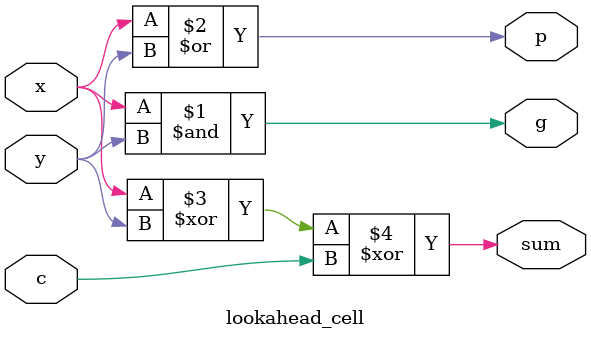
<source format=v>
module lookahead_cell(
    input wire x,y,c,
    output wire g,p,sum
);

assign g=x&y;
assign p=x|y;
assign sum = x^y^c;

endmodule
</source>
